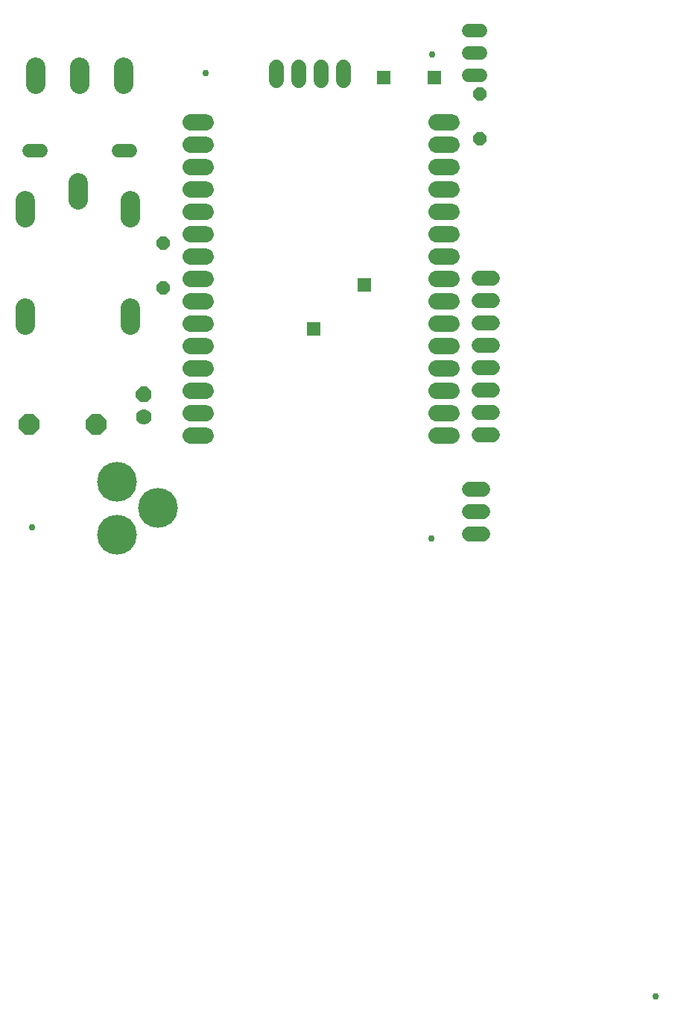
<source format=gbr>
G04 EAGLE Gerber RS-274X export*
G75*
%MOMM*%
%FSLAX34Y34*%
%LPD*%
%INSoldermask Top*%
%IPPOS*%
%AMOC8*
5,1,8,0,0,1.08239X$1,22.5*%
G01*
%ADD10C,0.753200*%
%ADD11C,1.727200*%
%ADD12P,2.556822X8X202.500000*%
%ADD13C,1.879600*%
%ADD14P,1.924489X8X112.500000*%
%ADD15C,1.778000*%
%ADD16C,2.184400*%
%ADD17C,1.524000*%
%ADD18P,1.649562X8X112.500000*%
%ADD19C,4.521200*%
%ADD20P,1.649562X8X292.500000*%
%ADD21R,1.553200X1.553200*%


D10*
X750905Y-494112D03*
X42159Y38496D03*
X495994Y25897D03*
X497168Y574673D03*
X239521Y553729D03*
D11*
X549953Y143261D02*
X565193Y143261D01*
X565193Y168661D02*
X549953Y168661D01*
X549953Y194061D02*
X565193Y194061D01*
X565193Y219461D02*
X549953Y219461D01*
X549953Y244861D02*
X565193Y244861D01*
X565193Y270261D02*
X549953Y270261D01*
X549953Y295661D02*
X565193Y295661D01*
X565193Y321061D02*
X549953Y321061D01*
X396207Y545568D02*
X396207Y560808D01*
X370807Y560808D02*
X370807Y545568D01*
X345407Y545568D02*
X345407Y560808D01*
X320007Y560808D02*
X320007Y545568D01*
D12*
X114900Y154930D03*
X38700Y154930D03*
D13*
X222230Y497801D02*
X238994Y497801D01*
X238994Y472401D02*
X222230Y472401D01*
X222230Y447001D02*
X238994Y447001D01*
X238994Y421601D02*
X222230Y421601D01*
X222230Y396201D02*
X238994Y396201D01*
X238994Y370801D02*
X222230Y370801D01*
X222230Y345401D02*
X238994Y345401D01*
X238994Y320001D02*
X222230Y320001D01*
X222230Y294601D02*
X238994Y294601D01*
X238994Y269201D02*
X222230Y269201D01*
X222230Y243801D02*
X238994Y243801D01*
X238994Y218401D02*
X222230Y218401D01*
X222230Y193001D02*
X238994Y193001D01*
X238994Y167601D02*
X222230Y167601D01*
X222230Y142201D02*
X238994Y142201D01*
X501630Y142201D02*
X518394Y142201D01*
X518394Y167601D02*
X501630Y167601D01*
X501630Y193001D02*
X518394Y193001D01*
X518394Y218401D02*
X501630Y218401D01*
X501630Y243801D02*
X518394Y243801D01*
X518394Y269201D02*
X501630Y269201D01*
X501630Y294601D02*
X518394Y294601D01*
X518394Y320001D02*
X501630Y320001D01*
X501630Y345401D02*
X518394Y345401D01*
X518394Y370801D02*
X501630Y370801D01*
X501630Y396201D02*
X518394Y396201D01*
X518394Y421601D02*
X501630Y421601D01*
X501630Y447001D02*
X518394Y447001D01*
X518394Y472401D02*
X501630Y472401D01*
X501630Y497801D02*
X518394Y497801D01*
D14*
X168992Y189431D03*
D15*
X168992Y164031D03*
D16*
X94590Y410021D02*
X94590Y429833D01*
X34900Y409513D02*
X34900Y389701D01*
X154280Y389701D02*
X154280Y409513D01*
X154280Y287593D02*
X154280Y267781D01*
X34900Y267781D02*
X34900Y287593D01*
X146042Y540845D02*
X146042Y560657D01*
X96004Y560657D02*
X96004Y540845D01*
X45966Y540845D02*
X45966Y560657D01*
D17*
X538201Y601970D02*
X551409Y601970D01*
X551409Y551170D02*
X538201Y551170D01*
X538201Y576570D02*
X551409Y576570D01*
D18*
X550652Y479039D03*
X550652Y529839D03*
D17*
X153698Y465796D02*
X140490Y465796D01*
X52098Y465796D02*
X38890Y465796D01*
D19*
X138574Y90258D03*
X138574Y30258D03*
X185574Y60258D03*
D20*
X191442Y361247D03*
X191442Y310447D03*
D11*
X538821Y30547D02*
X554061Y30547D01*
X554061Y55947D02*
X538821Y55947D01*
X538821Y81347D02*
X554061Y81347D01*
D21*
X441456Y548617D03*
X499176Y548501D03*
X419786Y313266D03*
X361975Y263748D03*
M02*

</source>
